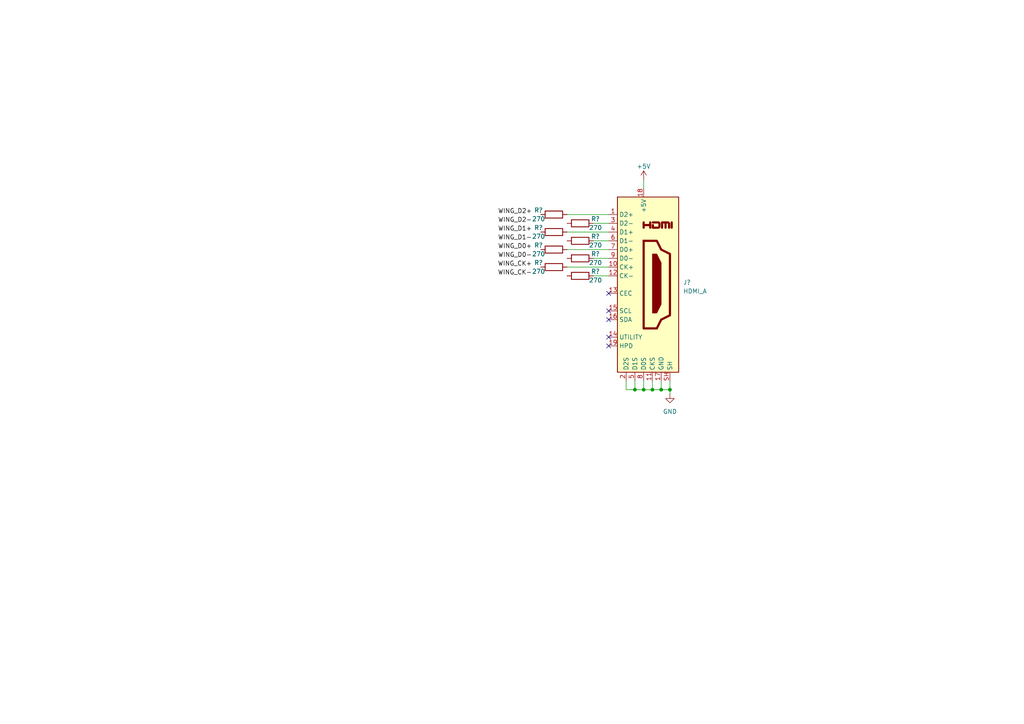
<source format=kicad_sch>
(kicad_sch (version 20210126) (generator eeschema)
  (paper "A4")
  (lib_symbols
    (symbol "Connector:HDMI_A"
      (property "Reference" "J" (at -6.35 26.67 0))
      (property "Value" "HDMI_A" (at 10.16 26.67 0))
      (symbol "HDMI_A_0_0"
        (polyline (pts (xy 8.128 16.51) (xy 8.128 18.034)) (stroke (width 0.635)))
        (polyline (pts (xy 0 16.51) (xy 0 18.034) (xy 0 17.272) (xy 1.905 17.272) (xy 1.905 18.034) (xy 1.905 16.51)) (stroke (width 0.635)))
        (polyline (pts (xy 2.667 18.034) (xy 4.318 18.034) (xy 4.572 17.78) (xy 4.572 16.764) (xy 4.318 16.51) (xy 2.667 16.51) (xy 2.667 17.272)) (stroke (width 0.635)))
      )
      (symbol "HDMI_A_0_1"
        (rectangle (start -7.62 25.4) (end 10.16 -25.4) (stroke (width 0.254)) (fill (type background)))
        (polyline (pts (xy 5.334 16.51) (xy 5.334 18.034) (xy 6.35 18.034) (xy 6.35 16.51) (xy 6.35 18.034) (xy 7.112 18.034) (xy 7.366 17.78) (xy 7.366 16.51)) (stroke (width 0.635)))
        (polyline (pts (xy 0 12.7) (xy 0 -12.7) (xy 3.81 -12.7) (xy 5.08 -10.16) (xy 7.62 -8.89) (xy 7.62 8.89) (xy 5.08 10.16) (xy 3.81 12.7) (xy 0 12.7)) (stroke (width 0.635)))
        (polyline (pts (xy 2.54 8.89) (xy 3.81 8.89) (xy 5.08 6.35) (xy 5.08 -5.715) (xy 3.81 -8.255) (xy 2.54 -8.255) (xy 2.54 8.89)) (fill (type outline)))
      )
      (symbol "HDMI_A_1_1"
        (pin passive line (at -10.16 20.32 0) (length 2.54) (name "D2+") (number "1"))
        (pin passive line (at -10.16 5.08 0) (length 2.54) (name "CK+") (number "10"))
        (pin power_in line (at 2.54 -27.94 90) (length 2.54) (name "CKS") (number "11"))
        (pin passive line (at -10.16 2.54 0) (length 2.54) (name "CK-") (number "12"))
        (pin bidirectional line (at -10.16 -2.54 0) (length 2.54) (name "CEC") (number "13"))
        (pin passive line (at -10.16 -15.24 0) (length 2.54) (name "UTILITY") (number "14"))
        (pin passive line (at -10.16 -7.62 0) (length 2.54) (name "SCL") (number "15"))
        (pin bidirectional line (at -10.16 -10.16 0) (length 2.54) (name "SDA") (number "16"))
        (pin power_in line (at 5.08 -27.94 90) (length 2.54) (name "GND") (number "17"))
        (pin power_in line (at 0 27.94 270) (length 2.54) (name "+5V") (number "18"))
        (pin passive line (at -10.16 -17.78 0) (length 2.54) (name "HPD") (number "19"))
        (pin power_in line (at -5.08 -27.94 90) (length 2.54) (name "D2S") (number "2"))
        (pin passive line (at -10.16 17.78 0) (length 2.54) (name "D2-") (number "3"))
        (pin passive line (at -10.16 15.24 0) (length 2.54) (name "D1+") (number "4"))
        (pin power_in line (at -2.54 -27.94 90) (length 2.54) (name "D1S") (number "5"))
        (pin passive line (at -10.16 12.7 0) (length 2.54) (name "D1-") (number "6"))
        (pin passive line (at -10.16 10.16 0) (length 2.54) (name "D0+") (number "7"))
        (pin power_in line (at 0 -27.94 90) (length 2.54) (name "D0S") (number "8"))
        (pin passive line (at -10.16 7.62 0) (length 2.54) (name "D0-") (number "9"))
        (pin passive line (at 7.62 -27.94 90) (length 2.54) (name "SH") (number "SH"))
      )
    )
    (symbol "Device:R" (pin_numbers hide) (pin_names (offset 0))
      (property "Reference" "R" (at 2.032 0 90))
      (property "Value" "R" (at 0 0 90))
      (symbol "R_0_1"
        (rectangle (start -1.016 -2.54) (end 1.016 2.54) (stroke (width 0.254)))
      )
      (symbol "R_1_1"
        (pin passive line (at 0 3.81 270) (length 1.27) (name "~") (number "1"))
        (pin passive line (at 0 -3.81 90) (length 1.27) (name "~") (number "2"))
      )
    )
    (symbol "power:+5V" (power) (pin_names (offset 0))
      (property "Value" "+5V" (at 0 3.556 0))
      (symbol "+5V_0_1"
        (polyline (pts (xy -0.762 1.27) (xy 0 2.54)))
        (polyline (pts (xy 0 0) (xy 0 2.54)))
        (polyline (pts (xy 0 2.54) (xy 0.762 1.27)))
      )
      (symbol "+5V_1_1"
        (pin power_in line (at 0 0 90) (length 0) hide (name "+5V") (number "1"))
      )
    )
    (symbol "power:GND" (power) (pin_names (offset 0))
      (property "Value" "GND" (at 0 -3.81 0))
      (symbol "GND_0_1"
        (polyline (pts (xy 0 0) (xy 0 -1.27) (xy 1.27 -1.27) (xy 0 -2.54) (xy -1.27 -1.27) (xy 0 -1.27)))
      )
      (symbol "GND_1_1"
        (pin power_in line (at 0 0 270) (length 0) hide (name "GND") (number "1"))
      )
    )
  )
  (junction (at 184.15 113.03) (diameter 0.9144))
  (junction (at 186.69 113.03) (diameter 0.9144))
  (junction (at 189.23 113.03) (diameter 0.9144))
  (junction (at 191.77 113.03) (diameter 0.9144))
  (junction (at 194.31 113.03) (diameter 0.9144))
  (no_connect (at 176.53 85.09))
  (no_connect (at 176.53 90.17))
  (no_connect (at 176.53 92.71))
  (no_connect (at 176.53 97.79))
  (no_connect (at 176.53 100.33))
  (wire (pts (xy 164.465 62.23) (xy 176.53 62.23)))
  (wire (pts (xy 164.465 67.31) (xy 176.53 67.31)))
  (wire (pts (xy 164.465 72.39) (xy 176.53 72.39)))
  (wire (pts (xy 164.465 77.47) (xy 176.53 77.47)))
  (wire (pts (xy 172.085 64.77) (xy 176.53 64.77)))
  (wire (pts (xy 172.085 69.85) (xy 176.53 69.85)))
  (wire (pts (xy 172.085 74.93) (xy 176.53 74.93)))
  (wire (pts (xy 172.085 80.01) (xy 176.53 80.01)))
  (wire (pts (xy 181.61 113.03) (xy 181.61 110.49)))
  (wire (pts (xy 184.15 110.49) (xy 184.15 113.03)))
  (wire (pts (xy 184.15 113.03) (xy 181.61 113.03)))
  (wire (pts (xy 186.69 52.07) (xy 186.69 54.61)))
  (wire (pts (xy 186.69 110.49) (xy 186.69 113.03)))
  (wire (pts (xy 186.69 113.03) (xy 184.15 113.03)))
  (wire (pts (xy 189.23 110.49) (xy 189.23 113.03)))
  (wire (pts (xy 189.23 113.03) (xy 186.69 113.03)))
  (wire (pts (xy 191.77 110.49) (xy 191.77 113.03)))
  (wire (pts (xy 191.77 113.03) (xy 189.23 113.03)))
  (wire (pts (xy 191.77 113.03) (xy 194.31 113.03)))
  (wire (pts (xy 194.31 110.49) (xy 194.31 113.03)))
  (wire (pts (xy 194.31 113.03) (xy 194.31 114.3)))
  (label "WING_D2+" (at 154.305 62.23 180))
  (label "WING_D2-" (at 154.305 64.77 180))
  (label "WING_D1+" (at 154.305 67.31 180))
  (label "WING_D1-" (at 154.305 69.85 180))
  (label "WING_D0+" (at 154.305 72.39 180))
  (label "WING_D0-" (at 154.305 74.93 180))
  (label "WING_CK+" (at 154.305 77.47 180))
  (label "WING_CK-" (at 154.305 80.01 180))
  (symbol (lib_id "power:+5V") (at 186.69 52.07 0) (unit 1)
    (property "Reference" "#PWR?" (effects hide))
    (property "Value" "+5V" (at 186.69 48.26 0))
  )
  (symbol (lib_id "power:GND") (at 194.31 114.3 0) (unit 1)
    (property "Reference" "#PWR?" (effects hide))
    (property "Value" "GND" (at 194.31 119.38 0))
  )
  (symbol (lib_id "Device:R") (at 160.655 62.23 90) (unit 1)
    (property "Reference" "R?" (at 156.21 60.96 90))
    (property "Value" "270" (at 156.21 63.5 90))
  )
  (symbol (lib_id "Device:R") (at 160.655 67.31 90) (unit 1)
    (property "Reference" "R?" (at 156.21 66.04 90))
    (property "Value" "270" (at 156.21 68.58 90))
  )
  (symbol (lib_id "Device:R") (at 160.655 72.39 90) (unit 1)
    (property "Reference" "R?" (at 156.21 71.12 90))
    (property "Value" "270" (at 156.21 73.66 90))
  )
  (symbol (lib_id "Device:R") (at 160.655 77.47 90) (unit 1)
    (property "Reference" "R?" (at 156.21 76.2 90))
    (property "Value" "270" (at 156.21 78.74 90))
  )
  (symbol (lib_id "Device:R") (at 168.275 64.77 90) (unit 1)
    (property "Reference" "R?" (at 172.72 63.5 90))
    (property "Value" "270" (at 172.72 66.04 90))
  )
  (symbol (lib_id "Device:R") (at 168.275 69.85 90) (unit 1)
    (property "Reference" "R?" (at 172.72 68.58 90))
    (property "Value" "270" (at 172.72 71.12 90))
  )
  (symbol (lib_id "Device:R") (at 168.275 74.93 90) (unit 1)
    (property "Reference" "R?" (at 172.72 73.66 90))
    (property "Value" "270" (at 172.72 76.2 90))
  )
  (symbol (lib_id "Device:R") (at 168.275 80.01 90) (unit 1)
    (property "Reference" "R?" (at 172.72 78.74 90))
    (property "Value" "270" (at 172.72 81.28 90))
  )
  (symbol (lib_id "Connector:HDMI_A") (at 186.69 82.55 0) (unit 1)
    (property "Reference" "J?" (at 198.12 81.9149 0) (effects (justify left)))
    (property "Value" "HDMI_A" (at 198.12 84.4549 0) (effects (justify left)))
    (property "Footprint" "HDMI:HDMI-TH_HYC12-HDMIA19-61" (effects hide))
    (property "Datasheet" "https://en.wikipedia.org/wiki/HDMI" (effects hide))
  )
)
</source>
